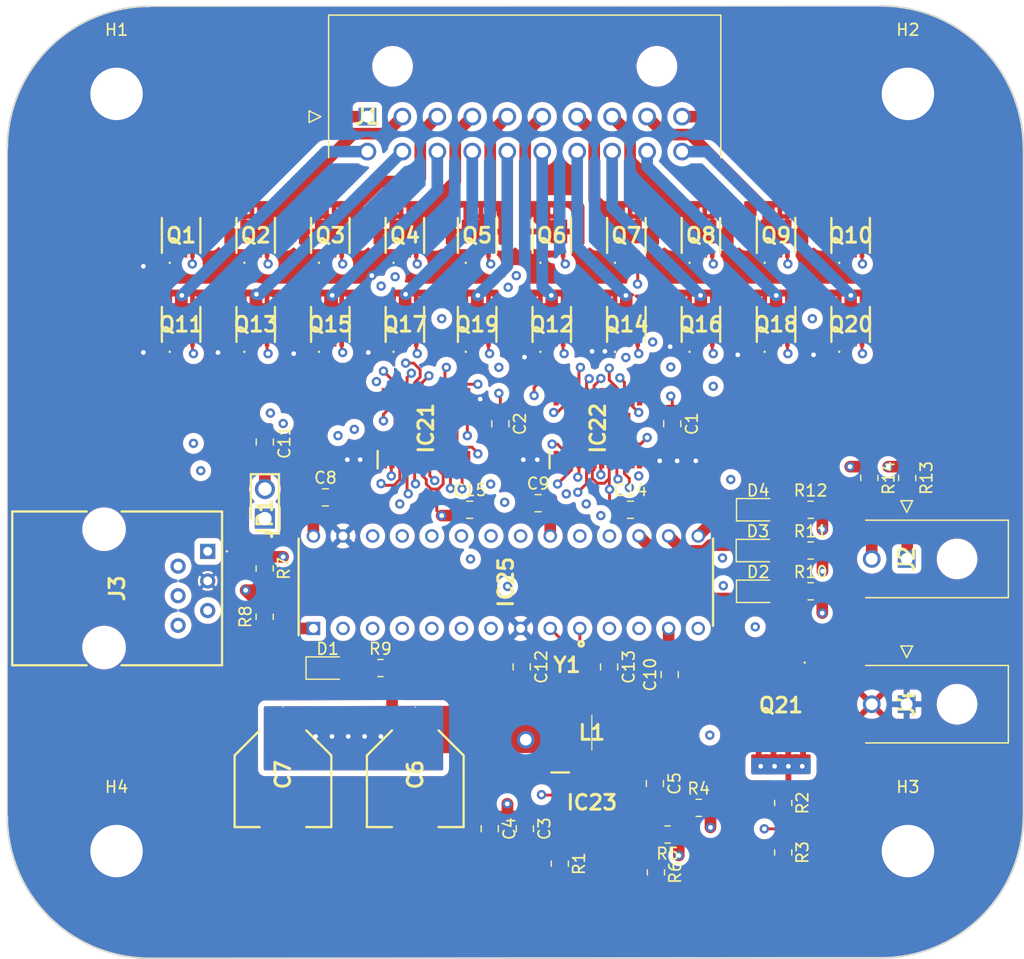
<source format=kicad_pcb>
(kicad_pcb (version 20221018) (generator pcbnew)

  (general
    (thickness 1.6)
  )

  (paper "A4")
  (layers
    (0 "F.Cu" signal)
    (1 "In1.Cu" signal)
    (2 "In2.Cu" signal)
    (31 "B.Cu" signal)
    (32 "B.Adhes" user "B.Adhesive")
    (33 "F.Adhes" user "F.Adhesive")
    (34 "B.Paste" user)
    (35 "F.Paste" user)
    (36 "B.SilkS" user "B.Silkscreen")
    (37 "F.SilkS" user "F.Silkscreen")
    (38 "B.Mask" user)
    (39 "F.Mask" user)
    (40 "Dwgs.User" user "User.Drawings")
    (41 "Cmts.User" user "User.Comments")
    (42 "Eco1.User" user "User.Eco1")
    (43 "Eco2.User" user "User.Eco2")
    (44 "Edge.Cuts" user)
    (45 "Margin" user)
    (46 "B.CrtYd" user "B.Courtyard")
    (47 "F.CrtYd" user "F.Courtyard")
    (48 "B.Fab" user)
    (49 "F.Fab" user)
    (50 "User.1" user)
    (51 "User.2" user)
    (52 "User.3" user)
    (53 "User.4" user)
    (54 "User.5" user)
    (55 "User.6" user)
    (56 "User.7" user)
    (57 "User.8" user)
    (58 "User.9" user)
  )

  (setup
    (stackup
      (layer "F.SilkS" (type "Top Silk Screen"))
      (layer "F.Paste" (type "Top Solder Paste"))
      (layer "F.Mask" (type "Top Solder Mask") (thickness 0.01))
      (layer "F.Cu" (type "copper") (thickness 0.035))
      (layer "dielectric 1" (type "prepreg") (thickness 0.1) (material "FR4") (epsilon_r 4.5) (loss_tangent 0.02))
      (layer "In1.Cu" (type "copper") (thickness 0.035))
      (layer "dielectric 2" (type "prepreg") (thickness 1.24) (material "FR4") (epsilon_r 4.5) (loss_tangent 0.02))
      (layer "In2.Cu" (type "copper") (thickness 0.035))
      (layer "dielectric 3" (type "prepreg") (thickness 0.1) (material "FR4") (epsilon_r 4.5) (loss_tangent 0.02))
      (layer "B.Cu" (type "copper") (thickness 0.035))
      (layer "B.Mask" (type "Bottom Solder Mask") (thickness 0.01))
      (layer "B.Paste" (type "Bottom Solder Paste"))
      (layer "B.SilkS" (type "Bottom Silk Screen"))
      (copper_finish "None")
      (dielectric_constraints no)
    )
    (pad_to_mask_clearance 0)
    (pcbplotparams
      (layerselection 0x00010fc_ffffffff)
      (plot_on_all_layers_selection 0x0000000_00000000)
      (disableapertmacros false)
      (usegerberextensions false)
      (usegerberattributes true)
      (usegerberadvancedattributes true)
      (creategerberjobfile true)
      (dashed_line_dash_ratio 12.000000)
      (dashed_line_gap_ratio 3.000000)
      (svgprecision 4)
      (plotframeref false)
      (viasonmask false)
      (mode 1)
      (useauxorigin false)
      (hpglpennumber 1)
      (hpglpenspeed 20)
      (hpglpendiameter 15.000000)
      (dxfpolygonmode true)
      (dxfimperialunits true)
      (dxfusepcbnewfont true)
      (psnegative false)
      (psa4output false)
      (plotreference true)
      (plotvalue true)
      (plotinvisibletext false)
      (sketchpadsonfab false)
      (subtractmaskfromsilk false)
      (outputformat 1)
      (mirror false)
      (drillshape 1)
      (scaleselection 1)
      (outputdirectory "")
    )
  )

  (net 0 "")
  (net 1 "+24V")
  (net 2 "GND")
  (net 3 "Net-(IC23-SW)")
  (net 4 "Net-(IC23-BOOT)")
  (net 5 "+5V")
  (net 6 "Net-(IC25-VCAP_OR_VDDCORE)")
  (net 7 "Net-(IC25-VDD)")
  (net 8 "Net-(JP1-B)")
  (net 9 "Net-(IC25-OSCI{slash}CLKI{slash}AN13{slash}CN30{slash}RA2)")
  (net 10 "Net-(IC25-OSCO{slash}CLKO{slash}AN14{slash}CN29{slash}RA3)")
  (net 11 "Net-(D1-A)")
  (net 12 "Net-(D2-K)")
  (net 13 "Net-(D2-A)")
  (net 14 "Net-(D3-K)")
  (net 15 "Net-(D3-A)")
  (net 16 "Net-(D4-K)")
  (net 17 "Net-(D4-A)")
  (net 18 "/Gate 1")
  (net 19 "/Gate 5")
  (net 20 "/Gate 7")
  (net 21 "SPI_MOSI")
  (net 22 "SPI_CHAIN")
  (net 23 "/Gate 9")
  (net 24 "/Gate 6")
  (net 25 "/Gate 4")
  (net 26 "/Gate 3")
  (net 27 "/Gate 10")
  (net 28 "unconnected-(IC21-OUT11-Pad17)")
  (net 29 "unconnected-(IC21-OUT12-Pad18)")
  (net 30 "SPI_SS")
  (net 31 "SPI_SCLK")
  (net 32 "/Gate 8")
  (net 33 "/Gate 2")
  (net 34 "/Gate 11")
  (net 35 "/Gate 15")
  (net 36 "/Gate 17")
  (net 37 "SPI_MISO")
  (net 38 "/Gate 19")
  (net 39 "/Gate 16")
  (net 40 "/Gate 14")
  (net 41 "/Gate 13")
  (net 42 "/Gate 20")
  (net 43 "unconnected-(IC22-OUT11-Pad17)")
  (net 44 "unconnected-(IC22-OUT12-Pad18)")
  (net 45 "/Gate 18")
  (net 46 "/Gate 12")
  (net 47 "Net-(IC23-EN)")
  (net 48 "Net-(IC23-RT{slash}SYNC)")
  (net 49 "Net-(IC23-FB)")
  (net 50 "Net-(IC23-PG)")
  (net 51 "Net-(IC25-MCLR{slash}VPP{slash}RA5)")
  (net 52 "unconnected-(IC25-CVREF+{slash}VREF+{slash}DAC1REF+{slash}AN0{slash}C3INC{slash}CN2{slash}RA0-Pad2)")
  (net 53 "unconnected-(IC25-CVREF-{slash}VREF-{slash}AN1{slash}RA1-Pad3)")
  (net 54 "PGD")
  (net 55 "PGC")
  (net 56 "I2C_SDA")
  (net 57 "I2C_SCLK")
  (net 58 "unconnected-(IC25-SOSCI{slash}AN15{slash}~{U2RTS}{slash}U2BCLK{slash}CN1{slash}RB4-Pad11)")
  (net 59 "unconnected-(IC25-SOSCO{slash}SCLKI{slash}AN16{slash}PWRLCLK{slash}~{U2CTS}{slash}CN0{slash}RA4-Pad12)")
  (net 60 "unconnected-(IC25-PGED3{slash}AN17{slash}ASDA1{slash}SCK2{slash}IC4{slash}OC1E{slash}CLCINA{slash}CN27{slash}RB5-Pad14)")
  (net 61 "unconnected-(IC25-AN21{slash}SDA1{slash}T1CK{slash}U1RTS{slash}U1BCLK{slash}IC2{slash}OC4{slash}CLC1O{slash}CTED4{slash}CN21{slash}RB9-Pad18)")
  (net 62 "unconnected-(IC25-SDI2{slash}IC1{slash}OC5{slash}CLC2O{slash}CTED3{slash}CN9{slash}RA7-Pad19)")
  (net 63 "unconnected-(IC25-DAC1OUT{slash}AN12{slash}HLVDIN{slash}~{SS2}{slash}IC3{slash}OC2B{slash}CTED2{slash}INT2{slash}CN14{slash}RB12-Pad23)")
  (net 64 "unconnected-(IC25-DAC2OUT{slash}CVREF{slash}OA1IND{slash}OA2IND{slash}AN10{slash}C3INB{slash}RTCC{slash}C1OUT{slash}OCFA{slash}CTED5{slash}INT1{slash}CN12{slash}RB14-Pad25)")
  (net 65 "/Coil 1")
  (net 66 "/Coil 2")
  (net 67 "/Coil 3")
  (net 68 "/Coil 4")
  (net 69 "/Coil 5")
  (net 70 "/Coil 6")
  (net 71 "/Coil 7")
  (net 72 "/Coil 8")
  (net 73 "/Coil 9")
  (net 74 "/Coil 10")
  (net 75 "/Coil 11")
  (net 76 "/Coil 12")
  (net 77 "/Coil 13")
  (net 78 "/Coil 14")
  (net 79 "/Coil 15")
  (net 80 "/Coil 16")
  (net 81 "/Coil 17")
  (net 82 "/Coil 18")
  (net 83 "/Coil 19")
  (net 84 "/Coil 20")
  (net 85 "MCLR")
  (net 86 "unconnected-(J3-Pad6)")
  (net 87 "Net-(J4-Pin_2)")

  (footprint "Library:HDRV2W67P0X254_1X2_508X241X858P" (layer "F.Cu") (at 101.93 108.76 90))

  (footprint "Library:PXP01530QLJ" (layer "F.Cu") (at 113.94 92.09))

  (footprint "Capacitor_SMD:C_0805_2012Metric_Pad1.18x1.45mm_HandSolder" (layer "F.Cu") (at 101.92 102.19 -90))

  (footprint "Capacitor_SMD:C_0805_2012Metric_Pad1.18x1.45mm_HandSolder" (layer "F.Cu") (at 107.1225 106.938))

  (footprint "Capacitor_SMD:C_0805_2012Metric_Pad1.18x1.45mm_HandSolder" (layer "F.Cu") (at 124.23 135.38 -90))

  (footprint "Library:PXP01530QLJ" (layer "F.Cu") (at 113.94 84.45))

  (footprint "Library:EEHZT1E331UP" (layer "F.Cu") (at 114.83 131.09 -90))

  (footprint "Capacitor_SMD:C_0805_2012Metric_Pad1.18x1.45mm_HandSolder" (layer "F.Cu") (at 123.96 121.4875 -90))

  (footprint "Library:PXP01530QLJ" (layer "F.Cu") (at 132.94 84.45))

  (footprint "Library:PXP01530QLJ" (layer "F.Cu") (at 101.14 84.45))

  (footprint "Library:EEHZT1E331UP" (layer "F.Cu") (at 103.48 131.09 -90))

  (footprint "Resistor_SMD:R_0805_2012Metric_Pad1.20x1.40mm_HandSolder" (layer "F.Cu") (at 127.23 138.38 -90))

  (footprint "Capacitor_SMD:C_0805_2012Metric_Pad1.18x1.45mm_HandSolder" (layer "F.Cu") (at 125.3725 107.438))

  (footprint "Library:PXP01530QLJ" (layer "F.Cu") (at 107.54 92.09))

  (footprint "Capacitor_SMD:C_0805_2012Metric_Pad1.18x1.45mm_HandSolder" (layer "F.Cu") (at 131.46 121.4875 -90))

  (footprint "Resistor_SMD:R_0805_2012Metric_Pad1.20x1.40mm_HandSolder" (layer "F.Cu") (at 146.4 137.42 -90))

  (footprint "Library:PXP01530QLJ" (layer "F.Cu") (at 145.785 92.09))

  (footprint "Capacitor_SMD:C_0805_2012Metric_Pad1.18x1.45mm_HandSolder" (layer "F.Cu") (at 119.5 108))

  (footprint "LED_SMD:LED_0805_2012Metric_Pad1.15x1.40mm_HandSolder" (layer "F.Cu") (at 107.315 121.59))

  (footprint "Capacitor_SMD:C_0805_2012Metric_Pad1.18x1.45mm_HandSolder" (layer "F.Cu") (at 122.13 100.6225 -90))

  (footprint "Capacitor_SMD:C_0805_2012Metric_Pad1.18x1.45mm_HandSolder" (layer "F.Cu") (at 133.2875 108))

  (footprint "Library:PXP01530QLJ" (layer "F.Cu") (at 152.185 92.09))

  (footprint "Library:PXP01530QLJ" (layer "F.Cu") (at 120.14 84.45))

  (footprint "Resistor_SMD:R_0805_2012Metric_Pad1.20x1.40mm_HandSolder" (layer "F.Cu") (at 146.4 133.17 -90))

  (footprint "MountingHole:MountingHole_4.5mm_Pad" (layer "F.Cu") (at 89.2 72.3))

  (footprint "MountingHole:MountingHole_4.5mm_Pad" (layer "F.Cu") (at 157.1 137.3))

  (footprint "Resistor_SMD:R_0805_2012Metric_Pad1.20x1.40mm_HandSolder" (layer "F.Cu") (at 148.75 111.5))

  (footprint "Library:LQH3NPN100MMEL" (layer "F.Cu") (at 129.98 127.13 180))

  (footprint "Library:DIP794W56P254L3486H508Q28N" (layer "F.Cu") (at 122.6 114.219 90))

  (footprint "Resistor_SMD:R_0805_2012Metric_Pad1.20x1.40mm_HandSolder" (layer "F.Cu") (at 153.79 105.27 -90))

  (footprint "Capacitor_SMD:C_0805_2012Metric_Pad1.18x1.45mm_HandSolder" (layer "F.Cu") (at 136.66 122.1505 90))

  (footprint "Resistor_SMD:R_0805_2012Metric_Pad1.20x1.40mm_HandSolder" (layer "F.Cu") (at 139.15 133.59))

  (footprint "Capacitor_SMD:C_0805_2012Metric_Pad1.18x1.45mm_HandSolder" (layer "F.Cu") (at 136.88 100.6225 -90))

  (footprint "Resistor_SMD:R_0805_2012Metric_Pad1.20x1.40mm_HandSolder" (layer "F.Cu") (at 148.75 108))

  (footprint "Library:PXP01530QLJ" (layer "F.Cu") (at 94.74 84.45))

  (footprint "Library:PXP01530QLJ" (layer "F.Cu") (at 139.34 92.09))

  (footprint "Library:43045-02YY" (layer "F.Cu") (at 156.9946 112.22175 90))

  (footprint "Library:ABM8G" (layer "F.Cu") (at 127.85 121.32125 180))

  (footprint "Library:PXP01530QLJ" (layer "F.Cu") (at 145.785 84.45))

  (footprint "Library:PXP01530QLJ" (layer "F.Cu") (at 101.14 92.09))

  (footprint "Resistor_SMD:R_0805_2012Metric_Pad1.20x1.40mm_HandSolder" (layer "F.Cu") (at 157.04 105.27 -90))

  (footprint "Resistor_SMD:R_0805_2012Metric_Pad1.20x1.40mm_HandSolder" (layer "F.Cu") (at 136.48 135.88 180))

  (footprint "Library:PXP01530QLJ" (layer "F.Cu") (at 120.14 92.09))

  (footprint "Library:PXP01530QLJ" (layer "F.Cu") (at 132.94 92.09))

  (footprint "Library:43045-02YY" (layer "F.Cu") (at 156.9946 124.6935 90))

  (footprint "Library:SOP65P600X170-25N" (layer "F.Cu")
    (tstamp b2aab67b-df7d-4d8e-898f-d622449f5835)
    (at 115.75 101 90)
    (descr "SSOP24 NB EP CASE 940AK ISSUE O")
    (tags "Integrated Circuit")
    (property "Height" "1.7")
    (property "Manufacturer_Name" "onsemi")
    (property "Manufacturer_Part_Number" "NCV7726DQAR2G")
    (property "Mouser Part Number" "863-NCV7726DQAR2G")
    (property "Mouser Price/Stock" "https://www.mouser.co.uk/ProductDetail/onsemi/NCV7726DQAR2G?qs=XeJtXLiO41QjN4JDb8ONtg%3D%3D")
    (property "Sheetfile" "Resistor Bank Control Board.kicad_sch")
    (property "Sheetname" "")
    (property "ki_description" "Gate Drivers 12 Channel Half Bridge Driver")
    (path "/98262311-2339-4133-a3c3-1cf517445b04")
    (attr smd)
    (fp_text reference "IC21" (at 0 0 90) (layer "F.SilkS")
        (effects (font (size 1.27 1.27) (thickness 0.254)))
      (tstamp ca745b3f-9af2-401e-9661-387a8c700879)
    )
    (fp_text value "NCV7726DQAR2G" (at 0 0 90) (layer "F.SilkS") hide
        (effects (font (size 1.27 1.27) (thickness 0.254)))
      (tstamp 6036d941-1dc6-4edf-8fb8-8fb00befc688)
    )
    (fp_text user "${REFERENCE}" (at 0 0 90) (layer "F.Fab")
        (effects (font (size 1.27 1.27) (thickness 0.254)))
      (tstamp 863b226e-7c4e-4d5e-b4c2-a423b3965a0a)
    )
    (fp_line (start -3.45 -4.15) (end -1.95 -4.15)
      (stroke (width 0.2) (type solid)) (layer "F.SilkS") (tstamp e49e4dce-1680-40e2-9323-425fa9e58be4))
    (fp_line (start -3.7 -4.57) (end 3.7 -4.57)
      (stroke (width 0.05) (type solid)) (layer "F.CrtYd") (tstamp 3289ecf3-13d8-41e0-af50-b5daa5347a28))
    (fp_line (start -3.7 4.57) (end -3.7 -4.57)
      (stroke (width 0.05) (type solid)) (layer "F.CrtYd") (tstamp 54ef20eb-4708-449d-8535-04d07bd76db3))
    (fp_line (start 3.7 -4.57) (end 3.7 4.57)
      (stroke (width 0.05) (type solid)) (layer "F.CrtYd") (tstamp 0c689c6a-9eb8-4ad0-bfaf-9190bb5c29cb))
    (fp_line (start 3.7 4.57) (end -3.7 4.57)
      (stroke (width 0.05) (type solid)) (layer "F.CrtYd") (tstamp 95486cda-d64d-4643-997c-50a130a787c5))
    (fp_line (start -1.95 -4.32) (end 1.95 -4.32)
      (stroke (width 0.1) (type solid)) (layer "F.Fab") (tstamp 8935dea7-f6af-490a-9154-7179f00b2502))
    (fp_line (start -1.95 -3.67) (end -1.3 -4.32)
      (stroke (width 0.1) (type solid)) (layer "F.Fab") (tstamp 3508ebe5-f986-4318-b003-c783d1d2e392))
    (fp_line (start -1.95 4.32) (end -1.95 -4.32)
      (stroke (width 0.1) (type solid)) (layer "F.Fab") (tstamp a7040b1f-f477-465f-a3b3-da920527efeb))
    (fp_line (start 1.95 -4.32) (end 1.95 4.32)
      (stroke (width 0.1) (type solid)) (layer "F.Fab") (tstamp 525dbd5b-e1
... [1549713 chars truncated]
</source>
